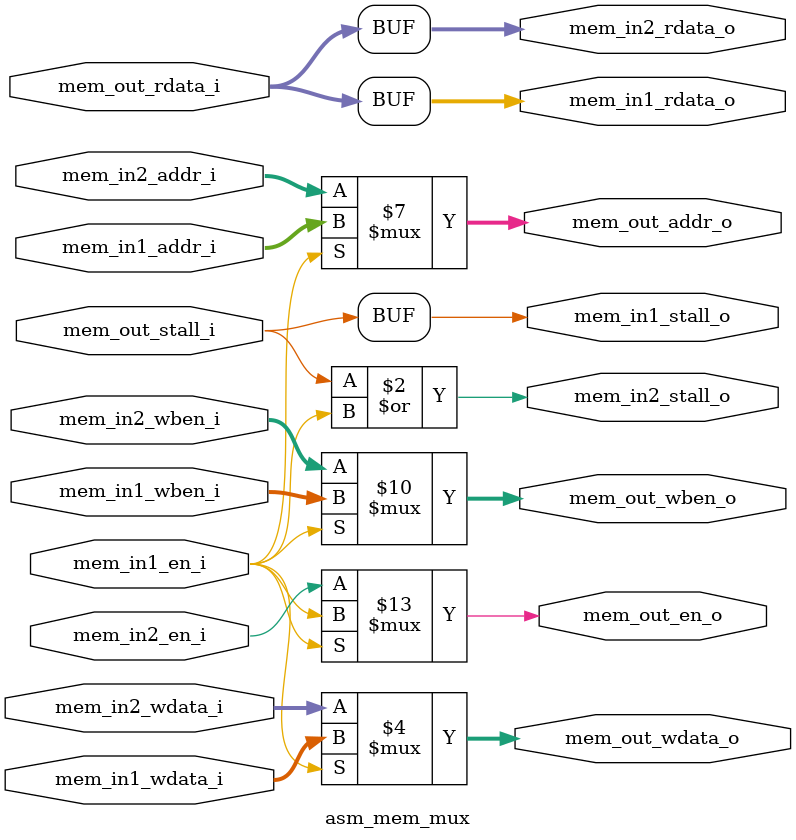
<source format=v>

module asm_mem_mux #(
    parameter MEM_DATAWIDTH = 128,
    parameter MEM_ADDRWIDTH = 14,
    parameter MEM_BSELWIDTH = MEM_DATAWIDTH/8
)(
    //in1 has prio
    input  wire                     mem_in1_en_i,
    input  wire [MEM_BSELWIDTH-1:0] mem_in1_wben_i,
    input  wire [MEM_ADDRWIDTH-1:0] mem_in1_addr_i,
    input  wire [MEM_DATAWIDTH-1:0] mem_in1_wdata_i,
    output wire [MEM_DATAWIDTH-1:0] mem_in1_rdata_o,
    output wire                     mem_in1_stall_o,

    input  wire                     mem_in2_en_i,
    input  wire [MEM_BSELWIDTH-1:0] mem_in2_wben_i,
    input  wire [MEM_ADDRWIDTH-1:0] mem_in2_addr_i,
    input  wire [MEM_DATAWIDTH-1:0] mem_in2_wdata_i,
    output wire [MEM_DATAWIDTH-1:0] mem_in2_rdata_o,
    output wire                     mem_in2_stall_o,

    output reg                      mem_out_en_o,
    output reg  [MEM_BSELWIDTH-1:0] mem_out_wben_o,
    output reg  [MEM_ADDRWIDTH-1:0] mem_out_addr_o,
    output reg  [MEM_DATAWIDTH-1:0] mem_out_wdata_o,
    input  wire [MEM_DATAWIDTH-1:0] mem_out_rdata_i,
    input  wire                     mem_out_stall_i
);


//in1 has prio
always @* begin
    if (mem_in1_en_i) begin
        mem_out_en_o = mem_in1_en_i;
        mem_out_wben_o = mem_in1_wben_i;
        mem_out_addr_o = mem_in1_addr_i;
        mem_out_wdata_o = mem_in1_wdata_i;
    end
    else begin
        mem_out_en_o = mem_in2_en_i;
        mem_out_wben_o = mem_in2_wben_i;
        mem_out_addr_o = mem_in2_addr_i;
        mem_out_wdata_o = mem_in2_wdata_i;
    end
end


assign mem_in1_rdata_o = mem_out_rdata_i;
assign mem_in2_rdata_o = mem_out_rdata_i;

assign mem_in1_stall_o = mem_out_stall_i;
assign mem_in2_stall_o = mem_out_stall_i | mem_in1_en_i;


endmodule

</source>
